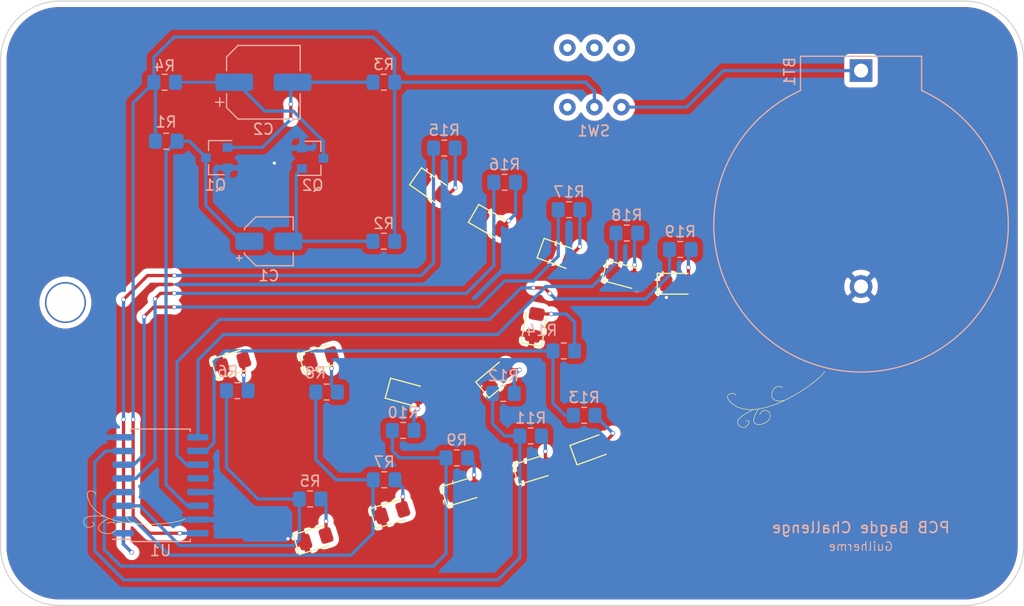
<source format=kicad_pcb>
(kicad_pcb (version 20171130) (host pcbnew 5.1.9-1.fc33)
  (layers (0 F.Cu signal) (31 B.Cu signal) (34 B.Paste user hide) (35 F.Paste user hide) (36 B.SilkS user hide) (37 F.SilkS user hide) (38 B.Mask user hide) (39 F.Mask user hide) (44 Edge.Cuts user))
  (net 0 "")
  (net 1 GND)
  (net 2 +BATT)
  (net 3 "Net-(C1-Pad2)")
  (net 4 clock)
  (net 5 "Net-(C2-Pad2)")
  (net 6 "Net-(C2-Pad1)")
  (net 7 "Net-(D1-Pad2)")
  (net 8 "Net-(D2-Pad2)")
  (net 9 "Net-(D3-Pad2)")
  (net 10 "Net-(D4-Pad2)")
  (net 11 "Net-(D5-Pad2)")
  (net 12 "Net-(D6-Pad2)")
  (net 13 "Net-(D7-Pad2)")
  (net 14 "Net-(D8-Pad2)")
  (net 15 "Net-(D9-Pad2)")
  (net 16 "Net-(D10-Pad2)")
  (net 17 "Net-(D11-Pad2)")
  (net 18 "Net-(D12-Pad2)")
  (net 19 "Net-(D13-Pad2)")
  (net 20 "Net-(D14-Pad2)")
  (net 21 "Net-(D15-Pad2)")
  (net 22 "Net-(R10-Pad2)")
  (net 23 "Net-(R15-Pad2)")
  (net 24 "Net-(R16-Pad2)")
  (net 25 "Net-(R17-Pad2)")
  (net 26 "Net-(R18-Pad2)")
  (net 27 "Net-(U1-Pad12)")
  (net 28 "Net-(R5-Pad2)")
  (net 29 "Net-(R7-Pad2)")
  (net 30 "Net-(R11-Pad2)")
  (net 31 "Net-(R13-Pad2)")
  (net 32 "Net-(R19-Pad2)")
  (net 33 "Net-(BT1-Pad1)")
  (net 34 "Net-(SW1-Pad1)")
  (module Capacitor_SMD:CP_Elec_4x5.8 (layer B.Cu) (at 121.158 101.473)
    (fp_text reference C1 (at 0 3.2) (layer B.SilkS) (effects (justify mirror)))
    (fp_text value 10uF)
    (pad 2 smd roundrect (at 1.8 0) (size 2.6 1.6) (layers B.Cu B.Paste B.Mask) (roundrect_rratio 0.15625) (net 3 "Net-(C1-Pad2)"))
    (pad 1 smd roundrect (at -1.8 0) (size 2.6 1.6) (layers B.Cu B.Paste B.Mask) (roundrect_rratio 0.15625) (net 4 clock))
  )
  (module Capacitor_SMD:CP_Elec_6.3x7.7 (layer B.Cu) (at 120.65 86.741)
    (fp_text reference C2 (at 0 4.35) (layer B.SilkS) (effects (justify mirror)))
    (fp_text value 47uF)
    (pad 2 smd roundrect (at 2.7 0) (size 3.5 1.6) (layers B.Cu B.Paste B.Mask) (roundrect_rratio 0.15625) (net 5 "Net-(C2-Pad2)"))
    (pad 1 smd roundrect (at -2.7 0) (size 3.5 1.6) (layers B.Cu B.Paste B.Mask) (roundrect_rratio 0.15625) (net 6 "Net-(C2-Pad1)"))
  )
  (module badge_natal:DPDT_Switch_6_terminals (layer B.Cu) (at 155.321 82.296 180)
    (fp_text reference SW1 (at 4.071 -8.954) (layer B.SilkS) (effects (justify mirror)))
    (fp_text value SW_DPDT_x2)
    (pad 4 thru_hole circle (at 6.5 -1.25 180) (size 1.524 1.524) (drill 0.762) (layers *.Cu *.Mask))
    (pad 6 thru_hole circle (at 4 -1.25 180) (size 1.524 1.524) (drill 0.762) (layers *.Cu *.Mask))
    (pad 5 thru_hole circle (at 1.5 -1.25 180) (size 1.524 1.524) (drill 0.762) (layers *.Cu *.Mask))
    (pad 1 thru_hole circle (at 6.5 -6.75 180) (size 1.524 1.524) (drill 0.762) (layers *.Cu *.Mask) (net 34 "Net-(SW1-Pad1)"))
    (pad 3 thru_hole circle (at 4 -6.75 180) (size 1.524 1.524) (drill 0.762) (layers *.Cu *.Mask) (net 2 +BATT))
    (pad 2 thru_hole oval (at 1.5 -6.75 180) (size 1.524 1.524) (drill 0.762) (layers *.Cu *.Mask) (net 33 "Net-(BT1-Pad1)"))
  )
  (module Resistor_SMD:R_0805_2012Metric_Pad1.20x1.40mm_HandSolder (layer B.Cu) (at 111.649 92.202)
    (fp_text reference R1 (at -0.016 -1.778) (layer B.SilkS) (effects (justify mirror)))
    (fp_text value 330)
    (pad 2 smd roundrect (at 1 0) (size 1.2 1.4) (layers B.Cu B.Paste B.Mask) (roundrect_rratio 0.2083325) (net 4 clock))
    (pad 1 smd roundrect (at -1 0) (size 1.2 1.4) (layers B.Cu B.Paste B.Mask) (roundrect_rratio 0.2083325) (net 2 +BATT))
  )
  (module Package_SO:SO-16_5.3x10.2mm_P1.27mm (layer B.Cu) (at 111.125 124.079)
    (fp_text reference U1 (at 0 6.05 180) (layer B.SilkS) (effects (justify mirror)))
    (fp_text value CD4017)
    (pad 16 smd roundrect (at 3.4625 4.445) (size 1.975 0.6) (layers B.Cu B.Paste B.Mask) (net 2 +BATT))
    (pad 15 smd roundrect (at 3.4625 3.175) (size 1.975 0.6) (layers B.Cu B.Paste B.Mask) (net 1 GND))
    (pad 14 smd roundrect (at 3.4625 1.905) (size 1.975 0.6) (layers B.Cu B.Paste B.Mask) (net 4 clock))
    (pad 13 smd roundrect (at 3.4625 0.635) (size 1.975 0.6) (layers B.Cu B.Paste B.Mask) (net 1 GND))
    (pad 12 smd roundrect (at 3.4625 -0.635) (size 1.975 0.6) (layers B.Cu B.Paste B.Mask) (net 27 "Net-(U1-Pad12)"))
    (pad 11 smd roundrect (at 3.4625 -1.905) (size 1.975 0.6) (layers B.Cu B.Paste B.Mask) (net 32 "Net-(R19-Pad2)"))
    (pad 10 smd roundrect (at 3.4625 -3.175) (size 1.975 0.6) (layers B.Cu B.Paste B.Mask) (net 31 "Net-(R13-Pad2)"))
    (pad 9 smd roundrect (at 3.4625 -4.445) (size 1.975 0.6) (layers B.Cu B.Paste B.Mask) (net 26 "Net-(R18-Pad2)"))
    (pad 8 smd roundrect (at -3.4625 -4.445) (size 1.975 0.6) (layers B.Cu B.Paste B.Mask) (net 1 GND))
    (pad 7 smd roundrect (at -3.4625 -3.175) (size 1.975 0.6) (layers B.Cu B.Paste B.Mask) (net 30 "Net-(R11-Pad2)"))
    (pad 6 smd roundrect (at -3.4625 -1.905) (size 1.975 0.6) (layers B.Cu B.Paste B.Mask) (net 25 "Net-(R17-Pad2)"))
    (pad 5 smd roundrect (at -3.4625 -0.635) (size 1.975 0.6) (layers B.Cu B.Paste B.Mask) (net 24 "Net-(R16-Pad2)"))
    (pad 4 smd roundrect (at -3.4625 0.635) (size 1.975 0.6) (layers B.Cu B.Paste B.Mask) (net 22 "Net-(R10-Pad2)"))
    (pad 3 smd roundrect (at -3.4625 1.905) (size 1.975 0.6) (layers B.Cu B.Paste B.Mask) (net 28 "Net-(R5-Pad2)"))
    (pad 2 smd roundrect (at -3.4625 3.175) (size 1.975 0.6) (layers B.Cu B.Paste B.Mask) (net 29 "Net-(R7-Pad2)"))
    (pad 1 smd roundrect (at -3.4625 4.445) (size 1.975 0.6) (layers B.Cu B.Paste B.Mask) (net 23 "Net-(R15-Pad2)"))
  )
  (module Resistor_SMD:R_0805_2012Metric_Pad1.20x1.40mm_HandSolder (layer B.Cu) (at 159.274 102.235 180)
    (fp_text reference R19 (at 0 1.65) (layer B.SilkS) (effects (justify mirror)))
    (fp_text value 100)
    (pad 2 smd roundrect (at 1 0 180) (size 1.2 1.4) (layers B.Cu B.Paste B.Mask) (roundrect_rratio 0.2083325) (net 32 "Net-(R19-Pad2)"))
    (pad 1 smd roundrect (at -1 0 180) (size 1.2 1.4) (layers B.Cu B.Paste B.Mask) (roundrect_rratio 0.2083325) (net 21 "Net-(D15-Pad2)"))
  )
  (module Resistor_SMD:R_0805_2012Metric_Pad1.20x1.40mm_HandSolder (layer B.Cu) (at 154.321 100.711 180)
    (fp_text reference R18 (at 0 1.65) (layer B.SilkS) (effects (justify mirror)))
    (fp_text value 100)
    (pad 2 smd roundrect (at 1 0 180) (size 1.2 1.4) (layers B.Cu B.Paste B.Mask) (roundrect_rratio 0.2083325) (net 26 "Net-(R18-Pad2)"))
    (pad 1 smd roundrect (at -1 0 180) (size 1.2 1.4) (layers B.Cu B.Paste B.Mask) (roundrect_rratio 0.2083325) (net 20 "Net-(D14-Pad2)"))
  )
  (module Resistor_SMD:R_0805_2012Metric_Pad1.20x1.40mm_HandSolder (layer B.Cu) (at 148.971 98.552 180)
    (fp_text reference R17 (at 0 1.65) (layer B.SilkS) (effects (justify mirror)))
    (fp_text value 100)
    (pad 2 smd roundrect (at 1 0 180) (size 1.2 1.4) (layers B.Cu B.Paste B.Mask) (roundrect_rratio 0.2083325) (net 25 "Net-(R17-Pad2)"))
    (pad 1 smd roundrect (at -1 0 180) (size 1.2 1.4) (layers B.Cu B.Paste B.Mask) (roundrect_rratio 0.2083325) (net 19 "Net-(D13-Pad2)"))
  )
  (module Resistor_SMD:R_0805_2012Metric_Pad1.20x1.40mm_HandSolder (layer B.Cu) (at 143.002 96.012 180)
    (fp_text reference R16 (at 0 1.65) (layer B.SilkS) (effects (justify mirror)))
    (fp_text value 100)
    (pad 2 smd roundrect (at 1 0 180) (size 1.2 1.4) (layers B.Cu B.Paste B.Mask) (roundrect_rratio 0.2083325) (net 24 "Net-(R16-Pad2)"))
    (pad 1 smd roundrect (at -1 0 180) (size 1.2 1.4) (layers B.Cu B.Paste B.Mask) (roundrect_rratio 0.2083325) (net 18 "Net-(D12-Pad2)"))
  )
  (module Resistor_SMD:R_0805_2012Metric_Pad1.20x1.40mm_HandSolder (layer B.Cu) (at 137.414 92.837 180)
    (fp_text reference R15 (at 0 1.65) (layer B.SilkS) (effects (justify mirror)))
    (fp_text value 100)
    (pad 2 smd roundrect (at 1 0 180) (size 1.2 1.4) (layers B.Cu B.Paste B.Mask) (roundrect_rratio 0.2083325) (net 23 "Net-(R15-Pad2)"))
    (pad 1 smd roundrect (at -1 0 180) (size 1.2 1.4) (layers B.Cu B.Paste B.Mask) (roundrect_rratio 0.2083325) (net 17 "Net-(D11-Pad2)"))
  )
  (module Resistor_SMD:R_0805_2012Metric_Pad1.20x1.40mm_HandSolder (layer B.Cu) (at 148.479 111.633 180)
    (fp_text reference R14 (at 2.048 1.905) (layer B.SilkS) (effects (justify mirror)))
    (fp_text value 100)
    (pad 2 smd roundrect (at 1 0 180) (size 1.2 1.4) (layers B.Cu B.Paste B.Mask) (roundrect_rratio 0.2083325) (net 31 "Net-(R13-Pad2)"))
    (pad 1 smd roundrect (at -1 0 180) (size 1.2 1.4) (layers B.Cu B.Paste B.Mask) (roundrect_rratio 0.2083325) (net 16 "Net-(D10-Pad2)"))
  )
  (module Resistor_SMD:R_0805_2012Metric_Pad1.20x1.40mm_HandSolder (layer B.Cu) (at 150.368 117.602 180)
    (fp_text reference R13 (at 0 1.65) (layer B.SilkS) (effects (justify mirror)))
    (fp_text value 100)
    (pad 2 smd roundrect (at 1 0 180) (size 1.2 1.4) (layers B.Cu B.Paste B.Mask) (roundrect_rratio 0.2083325) (net 31 "Net-(R13-Pad2)"))
    (pad 1 smd roundrect (at -1 0 180) (size 1.2 1.4) (layers B.Cu B.Paste B.Mask) (roundrect_rratio 0.2083325) (net 15 "Net-(D9-Pad2)"))
  )
  (module Resistor_SMD:R_0805_2012Metric_Pad1.20x1.40mm_HandSolder (layer B.Cu) (at 142.891 115.57 180)
    (fp_text reference R12 (at 0 1.65) (layer B.SilkS) (effects (justify mirror)))
    (fp_text value 100)
    (pad 2 smd roundrect (at 1 0 180) (size 1.2 1.4) (layers B.Cu B.Paste B.Mask) (roundrect_rratio 0.2083325) (net 30 "Net-(R11-Pad2)"))
    (pad 1 smd roundrect (at -1 0 180) (size 1.2 1.4) (layers B.Cu B.Paste B.Mask) (roundrect_rratio 0.2083325) (net 14 "Net-(D8-Pad2)"))
  )
  (module Resistor_SMD:R_0805_2012Metric_Pad1.20x1.40mm_HandSolder (layer B.Cu) (at 145.415 119.507 180)
    (fp_text reference R11 (at 0 1.65) (layer B.SilkS) (effects (justify mirror)))
    (fp_text value 100)
    (pad 2 smd roundrect (at 1 0 180) (size 1.2 1.4) (layers B.Cu B.Paste B.Mask) (roundrect_rratio 0.2083325) (net 30 "Net-(R11-Pad2)"))
    (pad 1 smd roundrect (at -1 0 180) (size 1.2 1.4) (layers B.Cu B.Paste B.Mask) (roundrect_rratio 0.2083325) (net 13 "Net-(D7-Pad2)"))
  )
  (module Resistor_SMD:R_0805_2012Metric_Pad1.20x1.40mm_HandSolder (layer B.Cu) (at 133.604 118.999 180)
    (fp_text reference R10 (at 0 1.65) (layer B.SilkS) (effects (justify mirror)))
    (fp_text value 100)
    (pad 2 smd roundrect (at 1 0 180) (size 1.2 1.4) (layers B.Cu B.Paste B.Mask) (roundrect_rratio 0.2083325) (net 22 "Net-(R10-Pad2)"))
    (pad 1 smd roundrect (at -1 0 180) (size 1.2 1.4) (layers B.Cu B.Paste B.Mask) (roundrect_rratio 0.2083325) (net 12 "Net-(D6-Pad2)"))
  )
  (module Resistor_SMD:R_0805_2012Metric_Pad1.20x1.40mm_HandSolder (layer B.Cu) (at 138.573 121.539 180)
    (fp_text reference R9 (at 0 1.65) (layer B.SilkS) (effects (justify mirror)))
    (fp_text value 100)
    (pad 2 smd roundrect (at 1 0 180) (size 1.2 1.4) (layers B.Cu B.Paste B.Mask) (roundrect_rratio 0.2083325) (net 22 "Net-(R10-Pad2)"))
    (pad 1 smd roundrect (at -1 0 180) (size 1.2 1.4) (layers B.Cu B.Paste B.Mask) (roundrect_rratio 0.2083325) (net 11 "Net-(D5-Pad2)"))
  )
  (module Resistor_SMD:R_0805_2012Metric_Pad1.20x1.40mm_HandSolder (layer B.Cu) (at 126.508 115.443 180)
    (fp_text reference R8 (at 1.032 1.778) (layer B.SilkS) (effects (justify mirror)))
    (fp_text value 100)
    (pad 2 smd roundrect (at 1 0 180) (size 1.2 1.4) (layers B.Cu B.Paste B.Mask) (roundrect_rratio 0.2083325) (net 29 "Net-(R7-Pad2)"))
    (pad 1 smd roundrect (at -1 0 180) (size 1.2 1.4) (layers B.Cu B.Paste B.Mask) (roundrect_rratio 0.2083325) (net 10 "Net-(D4-Pad2)"))
  )
  (module Resistor_SMD:R_0805_2012Metric_Pad1.20x1.40mm_HandSolder (layer B.Cu) (at 131.842 123.571 180)
    (fp_text reference R7 (at 0 1.65) (layer B.SilkS) (effects (justify mirror)))
    (fp_text value 100)
    (pad 2 smd roundrect (at 1 0 180) (size 1.2 1.4) (layers B.Cu B.Paste B.Mask) (roundrect_rratio 0.2083325) (net 29 "Net-(R7-Pad2)"))
    (pad 1 smd roundrect (at -1 0 180) (size 1.2 1.4) (layers B.Cu B.Paste B.Mask) (roundrect_rratio 0.2083325) (net 9 "Net-(D3-Pad2)"))
  )
  (module Resistor_SMD:R_0805_2012Metric_Pad1.20x1.40mm_HandSolder (layer B.Cu) (at 118.237 115.316 180)
    (fp_text reference R6 (at 0.889 1.778) (layer B.SilkS) (effects (justify mirror)))
    (fp_text value 100)
    (pad 2 smd roundrect (at 1 0 180) (size 1.2 1.4) (layers B.Cu B.Paste B.Mask) (roundrect_rratio 0.2083325) (net 28 "Net-(R5-Pad2)"))
    (pad 1 smd roundrect (at -1 0 180) (size 1.2 1.4) (layers B.Cu B.Paste B.Mask) (roundrect_rratio 0.2083325) (net 8 "Net-(D2-Pad2)"))
  )
  (module Resistor_SMD:R_0805_2012Metric_Pad1.20x1.40mm_HandSolder (layer B.Cu) (at 124.984 125.349 180)
    (fp_text reference R5 (at 0 1.65) (layer B.SilkS) (effects (justify mirror)))
    (fp_text value 100)
    (pad 2 smd roundrect (at 1 0 180) (size 1.2 1.4) (layers B.Cu B.Paste B.Mask) (roundrect_rratio 0.2083325) (net 28 "Net-(R5-Pad2)"))
    (pad 1 smd roundrect (at -1 0 180) (size 1.2 1.4) (layers B.Cu B.Paste B.Mask) (roundrect_rratio 0.2083325) (net 7 "Net-(D1-Pad2)"))
  )
  (module Resistor_SMD:R_0805_2012Metric_Pad1.20x1.40mm_HandSolder (layer B.Cu) (at 111.506 86.741)
    (fp_text reference R4 (at 0 -1.524) (layer B.SilkS) (effects (justify mirror)))
    (fp_text value 330)
    (pad 2 smd roundrect (at 1 0) (size 1.2 1.4) (layers B.Cu B.Paste B.Mask) (roundrect_rratio 0.2083325) (net 6 "Net-(C2-Pad1)"))
    (pad 1 smd roundrect (at -1 0) (size 1.2 1.4) (layers B.Cu B.Paste B.Mask) (roundrect_rratio 0.2083325) (net 2 +BATT))
  )
  (module Resistor_SMD:R_0805_2012Metric_Pad1.20x1.40mm_HandSolder (layer B.Cu) (at 131.81 86.741 180)
    (fp_text reference R3 (at 0 1.65) (layer B.SilkS) (effects (justify mirror)))
    (fp_text value 22k)
    (pad 2 smd roundrect (at 1 0 180) (size 1.2 1.4) (layers B.Cu B.Paste B.Mask) (roundrect_rratio 0.2083325) (net 5 "Net-(C2-Pad2)"))
    (pad 1 smd roundrect (at -1 0 180) (size 1.2 1.4) (layers B.Cu B.Paste B.Mask) (roundrect_rratio 0.2083325) (net 2 +BATT))
  )
  (module Resistor_SMD:R_0805_2012Metric_Pad1.20x1.40mm_HandSolder (layer B.Cu) (at 131.81 101.473 180)
    (fp_text reference R2 (at 0 1.65) (layer B.SilkS) (effects (justify mirror)))
    (fp_text value 47k)
    (pad 2 smd roundrect (at 1 0 180) (size 1.2 1.4) (layers B.Cu B.Paste B.Mask) (roundrect_rratio 0.2083325) (net 3 "Net-(C1-Pad2)"))
    (pad 1 smd roundrect (at -1 0 180) (size 1.2 1.4) (layers B.Cu B.Paste B.Mask) (roundrect_rratio 0.2083325) (net 2 +BATT))
  )
  (module Package_TO_SOT_SMD:SOT-23 (layer B.Cu) (at 125.222 93.787)
    (fp_text reference Q2 (at 0 2.5) (layer B.SilkS) (effects (justify mirror)))
    (fp_text value BC847)
    (pad 3 smd rect (at 1 0) (size 0.9 0.8) (layers B.Cu B.Paste B.Mask) (net 6 "Net-(C2-Pad1)"))
    (pad 2 smd rect (at -1 -0.95) (size 0.9 0.8) (layers B.Cu B.Paste B.Mask) (net 1 GND))
    (pad 1 smd rect (at -1 0.95) (size 0.9 0.8) (layers B.Cu B.Paste B.Mask) (net 3 "Net-(C1-Pad2)"))
  )
  (module Package_TO_SOT_SMD:SOT-23 (layer B.Cu) (at 116.332 93.726 180)
    (fp_text reference Q1 (at 0.127 -2.54) (layer B.SilkS) (effects (justify mirror)))
    (fp_text value BC847)
    (pad 3 smd rect (at 1 0 180) (size 0.9 0.8) (layers B.Cu B.Paste B.Mask) (net 4 clock))
    (pad 2 smd rect (at -1 -0.95 180) (size 0.9 0.8) (layers B.Cu B.Paste B.Mask) (net 1 GND))
    (pad 1 smd rect (at -1 0.95 180) (size 0.9 0.8) (layers B.Cu B.Paste B.Mask) (net 5 "Net-(C2-Pad2)"))
  )
  (module LED_SMD:LED_0805_2012Metric_Pad1.15x1.40mm_HandSolder (layer F.Cu) (at 159.004 105.41)
    (fp_text reference D15 hide)
    (fp_text value White)
    (pad 2 smd roundrect (at 1.025 0) (size 1.15 1.4) (layers F.Cu F.Paste F.Mask) (roundrect_rratio 0.2173904347826087) (net 21 "Net-(D15-Pad2)"))
    (pad 1 smd roundrect (at -1.025 0) (size 1.15 1.4) (layers F.Cu F.Paste F.Mask) (roundrect_rratio 0.2173904347826087) (net 1 GND))
  )
  (module LED_SMD:LED_0805_2012Metric_Pad1.15x1.40mm_HandSolder (layer F.Cu) (at 154.051 104.648 345)
    (fp_text reference D14 hide)
    (fp_text value White)
    (pad 2 smd roundrect (at 1.025 0 345) (size 1.15 1.4) (layers F.Cu F.Paste F.Mask) (roundrect_rratio 0.2173904347826087) (net 20 "Net-(D14-Pad2)"))
    (pad 1 smd roundrect (at -1.025 0 345) (size 1.15 1.4) (layers F.Cu F.Paste F.Mask) (roundrect_rratio 0.2173904347826087) (net 1 GND))
  )
  (module LED_SMD:LED_0805_2012Metric_Pad1.15x1.40mm_HandSolder (layer F.Cu) (at 148.082 102.743 340)
    (fp_text reference D13 hide)
    (fp_text value White)
    (pad 2 smd roundrect (at 1.025 0 340) (size 1.15 1.4) (layers F.Cu F.Paste F.Mask) (roundrect_rratio 0.2173904347826087) (net 19 "Net-(D13-Pad2)"))
    (pad 1 smd roundrect (at -1.025 0 340) (size 1.15 1.4) (layers F.Cu F.Paste F.Mask) (roundrect_rratio 0.2173904347826087) (net 1 GND))
  )
  (module LED_SMD:LED_0805_2012Metric_Pad1.15x1.40mm_HandSolder (layer F.Cu) (at 141.732 99.822 330)
    (fp_text reference D12 hide)
    (fp_text value White)
    (pad 2 smd roundrect (at 1.025 0 330) (size 1.15 1.4) (layers F.Cu F.Paste F.Mask) (roundrect_rratio 0.2173904347826087) (net 18 "Net-(D12-Pad2)"))
    (pad 1 smd roundrect (at -1.025 0 330) (size 1.15 1.4) (layers F.Cu F.Paste F.Mask) (roundrect_rratio 0.2173904347826087) (net 1 GND))
  )
  (module LED_SMD:LED_0805_2012Metric_Pad1.15x1.40mm_HandSolder (layer F.Cu) (at 136.271 96.52 325)
    (fp_text reference D11 hide)
    (fp_text value White)
    (pad 2 smd roundrect (at 1.025 0 325) (size 1.15 1.4) (layers F.Cu F.Paste F.Mask) (roundrect_rratio 0.2173904347826087) (net 17 "Net-(D11-Pad2)"))
    (pad 1 smd roundrect (at -1.025 0 325) (size 1.15 1.4) (layers F.Cu F.Paste F.Mask) (roundrect_rratio 0.2173904347826087) (net 1 GND))
  )
  (module LED_SMD:LED_0805_2012Metric_Pad1.15x1.40mm_HandSolder (layer F.Cu) (at 145.796 109.22 80)
    (fp_text reference D10 hide)
    (fp_text value Red)
    (pad 2 smd roundrect (at 1.025 0 80) (size 1.15 1.4) (layers F.Cu F.Paste F.Mask) (roundrect_rratio 0.2173904347826087) (net 16 "Net-(D10-Pad2)"))
    (pad 1 smd roundrect (at -1.025 0 80) (size 1.15 1.4) (layers F.Cu F.Paste F.Mask) (roundrect_rratio 0.2173904347826087) (net 1 GND))
  )
  (module LED_SMD:LED_0805_2012Metric_Pad1.15x1.40mm_HandSolder (layer F.Cu) (at 151.13 120.65 20)
    (fp_text reference D9 hide)
    (fp_text value Red)
    (pad 2 smd roundrect (at 1.025 0 20) (size 1.15 1.4) (layers F.Cu F.Paste F.Mask) (roundrect_rratio 0.2173904347826087) (net 15 "Net-(D9-Pad2)"))
    (pad 1 smd roundrect (at -1.025 0 20) (size 1.15 1.4) (layers F.Cu F.Paste F.Mask) (roundrect_rratio 0.2173904347826087) (net 1 GND))
  )
  (module LED_SMD:LED_0805_2012Metric_Pad1.15x1.40mm_HandSolder (layer F.Cu) (at 142.367 114.046 40)
    (fp_text reference D8 hide)
    (fp_text value Red)
    (pad 2 smd roundrect (at 1.025 0 40) (size 1.15 1.4) (layers F.Cu F.Paste F.Mask) (roundrect_rratio 0.2173904347826087) (net 14 "Net-(D8-Pad2)"))
    (pad 1 smd roundrect (at -1.025 0 40) (size 1.15 1.4) (layers F.Cu F.Paste F.Mask) (roundrect_rratio 0.2173904347826087) (net 1 GND))
  )
  (module LED_SMD:LED_0805_2012Metric_Pad1.15x1.40mm_HandSolder (layer F.Cu) (at 145.796 122.555 17)
    (fp_text reference D7 hide)
    (fp_text value Red)
    (pad 2 smd roundrect (at 1.025 0 17) (size 1.15 1.4) (layers F.Cu F.Paste F.Mask) (roundrect_rratio 0.2173904347826087) (net 13 "Net-(D7-Pad2)"))
    (pad 1 smd roundrect (at -1.025 0 17) (size 1.15 1.4) (layers F.Cu F.Paste F.Mask) (roundrect_rratio 0.2173904347826087) (net 1 GND))
  )
  (module LED_SMD:LED_0805_2012Metric_Pad1.15x1.40mm_HandSolder (layer F.Cu) (at 133.985 115.57 345)
    (fp_text reference D6 hide)
    (fp_text value Red)
    (pad 2 smd roundrect (at 1.025 0 345) (size 1.15 1.4) (layers F.Cu F.Paste F.Mask) (roundrect_rratio 0.2173904347826087) (net 12 "Net-(D6-Pad2)"))
    (pad 1 smd roundrect (at -1.025 0 345) (size 1.15 1.4) (layers F.Cu F.Paste F.Mask) (roundrect_rratio 0.2173904347826087) (net 1 GND))
  )
  (module LED_SMD:LED_0805_2012Metric_Pad1.15x1.40mm_HandSolder (layer F.Cu) (at 139.192 124.587 17)
    (fp_text reference D5 hide)
    (fp_text value Red)
    (pad 2 smd roundrect (at 1.025 0 17) (size 1.15 1.4) (layers F.Cu F.Paste F.Mask) (roundrect_rratio 0.2173904347826087) (net 11 "Net-(D5-Pad2)"))
    (pad 1 smd roundrect (at -1.025 0 17) (size 1.15 1.4) (layers F.Cu F.Paste F.Mask) (roundrect_rratio 0.2173904347826087) (net 1 GND))
  )
  (module LED_SMD:LED_0805_2012Metric_Pad1.15x1.40mm_HandSolder (layer F.Cu) (at 125.984 112.268 17)
    (fp_text reference D4 hide)
    (fp_text value Red)
    (pad 2 smd roundrect (at 1.025 0 17) (size 1.15 1.4) (layers F.Cu F.Paste F.Mask) (roundrect_rratio 0.2173904347826087) (net 10 "Net-(D4-Pad2)"))
    (pad 1 smd roundrect (at -1.025 0 17) (size 1.15 1.4) (layers F.Cu F.Paste F.Mask) (roundrect_rratio 0.2173904347826087) (net 1 GND))
  )
  (module LED_SMD:LED_0805_2012Metric_Pad1.15x1.40mm_HandSolder (layer F.Cu) (at 132.588 126.619 17)
    (fp_text reference D3 hide)
    (fp_text value Red)
    (pad 2 smd roundrect (at 1.025 0 17) (size 1.15 1.4) (layers F.Cu F.Paste F.Mask) (roundrect_rratio 0.2173904347826087) (net 9 "Net-(D3-Pad2)"))
    (pad 1 smd roundrect (at -1.025 0 17) (size 1.15 1.4) (layers F.Cu F.Paste F.Mask) (roundrect_rratio 0.2173904347826087) (net 1 GND))
  )
  (module LED_SMD:LED_0805_2012Metric_Pad1.15x1.40mm_HandSolder (layer F.Cu) (at 117.856 112.776 17)
    (fp_text reference D2 hide)
    (fp_text value Red)
    (pad 2 smd roundrect (at 1.025 0 17) (size 1.15 1.4) (layers F.Cu F.Paste F.Mask) (roundrect_rratio 0.2173904347826087) (net 8 "Net-(D2-Pad2)"))
    (pad 1 smd roundrect (at -1.025 0 17) (size 1.15 1.4) (layers F.Cu F.Paste F.Mask) (roundrect_rratio 0.2173904347826087) (net 1 GND))
  )
  (module LED_SMD:LED_0805_2012Metric_Pad1.15x1.40mm_HandSolder (layer F.Cu) (at 125.476 129.032 17)
    (fp_text reference D1 hide)
    (fp_text value Red)
    (pad 2 smd roundrect (at 1.025 0 17) (size 1.15 1.4) (layers F.Cu F.Paste F.Mask) (roundrect_rratio 0.2173904347826087) (net 7 "Net-(D1-Pad2)"))
    (pad 1 smd roundrect (at -1.025 0 17) (size 1.15 1.4) (layers F.Cu F.Paste F.Mask) (roundrect_rratio 0.2173904347826087) (net 1 GND))
  )
  (module Battery:BatteryHolder_ComfortableElectronic_CH273-2450_1x2450 (layer B.Cu) (at 176.022 85.664 270)
    (fp_text reference BT1 (at 0.1 6.62 90) (layer B.SilkS) (effects (justify mirror)))
    (fp_text value Battery_Cell)
    (pad 2 thru_hole circle (at 20 0) (size 2.1 2.1) (drill 1.3) (layers *.Cu *.Mask) (net 1 GND))
    (pad 1 thru_hole rect (at 0 0) (size 2.1 2.1) (drill 1.3) (layers *.Cu *.Mask) (net 33 "Net-(BT1-Pad1)"))
  )
  (gr_text Guilherme (at 176 129.75) (layer B.SilkS) (effects (font (size 0.8 0.8) (thickness 0.1)) (justify mirror)))
  (gr_text "PCB Bagde Challenge" (at 176 128) (layer B.SilkS) (effects (font (size 1 1)) (justify mirror)))
  (gr_curve (pts (xy 104.389547 125.247377) (xy 104.106221 124.147834) (xy 105.346197 124.733729) (xy 105.107164 124.95524)) (layer F.SilkS) (width 0.05))
  (gr_curve (pts (xy 108.848386 127.658568) (xy 106.903727 127.124322) (xy 108.737068 125.508505) (xy 109.235955 126.527212)) (layer F.SilkS) (width 0.05))
  (gr_curve (pts (xy 105.889648 126.939535) (xy 104.813217 126.89274) (xy 103.706577 126.87356) (xy 104.05953 127.716745)) (layer F.SilkS) (width 0.05))
  (gr_curve (pts (xy 106.338196 127.140617) (xy 104.060063 128.207638) (xy 106.421276 128.990666) (xy 106.913795 128.294936)) (layer F.SilkS) (width 0.05))
  (gr_curve (pts (xy 106.913795 128.294936) (xy 107.292953 127.759338) (xy 106.669637 127.214924) (xy 106.174502 127.651551)) (layer F.SilkS) (width 0.05))
  (gr_curve (pts (xy 104.05953 127.716745) (xy 104.305212 128.30366) (xy 105.465964 127.724722) (xy 104.772143 127.504143)) (layer F.SilkS) (width 0.05))
  (gr_curve (pts (xy 113.375931 127.187338) (xy 112.693951 127.730715) (xy 105.245401 128.568805) (xy 104.389547 125.247377)) (layer F.SilkS) (width 0.05))
  (gr_curve (pts (xy 163.895745 116.341534) (xy 163.100606 115.530965) (xy 164.467405 115.418378) (xy 164.371152 115.729727)) (layer F.SilkS) (width 0.05))
  (gr_curve (pts (xy 168.962809 116.200267) (xy 167.011562 116.709926) (xy 167.791375 114.393918) (xy 168.732775 115.0267)) (layer F.SilkS) (width 0.05))
  (gr_curve (pts (xy 166.040951 117.056936) (xy 165.085337 117.554626) (xy 164.117369 118.091335) (xy 164.844627 118.645078)) (layer F.SilkS) (width 0.05))
  (gr_curve (pts (xy 166.529945 117.006804) (xy 165.090535 119.069938) (xy 167.52692 118.567453) (xy 167.605588 117.718673)) (layer F.SilkS) (width 0.05))
  (gr_curve (pts (xy 167.605588 117.718673) (xy 167.66615 117.065254) (xy 166.854135 116.905435) (xy 166.643649 117.531133)) (layer F.SilkS) (width 0.05))
  (gr_curve (pts (xy 164.844627 118.645078) (xy 165.350851 119.030522) (xy 166.066623 117.94877) (xy 165.355466 118.104653)) (layer F.SilkS) (width 0.05))
  (gr_curve (pts (xy 172.648163 113.528398) (xy 172.32924 114.339966) (xy 166.297651 118.790048) (xy 163.895745 116.341534)) (layer F.SilkS) (width 0.05))
  (gr_curve (pts (xy 97.906833 133.604) (xy 96.878091 132.575258) (xy 96.300149 131.179983) (xy 96.300149 129.725121)) (layer Edge.Cuts) (width 0.1))
  (gr_curve (pts (xy 101.785712 135.210684) (xy 100.33085 135.210684) (xy 98.935576 134.632743) (xy 97.906833 133.604)) (layer Edge.Cuts) (width 0.1))
  (gr_curve (pts (xy 191.090684 129.725121) (xy 191.090684 131.179983) (xy 190.512743 132.575258) (xy 189.484 133.604)) (layer Edge.Cuts) (width 0.1))
  (gr_curve (pts (xy 96.300149 84.705719) (xy 96.300149 83.250857) (xy 96.878091 81.855583) (xy 97.906833 80.82684)) (layer Edge.Cuts) (width 0.1))
  (gr_line (start 101.785712 79.220156) (end 185.605121 79.220156) (layer Edge.Cuts) (width 0.1))
  (gr_curve (pts (xy 189.484 80.82684) (xy 190.512743 81.855583) (xy 191.090684 83.250857) (xy 191.090684 84.705719)) (layer Edge.Cuts) (width 0.1))
  (gr_line (start 185.605121 135.210684) (end 101.785712 135.210684) (layer Edge.Cuts) (width 0.1))
  (gr_line (start 191.090684 84.705719) (end 191.090684 129.725121) (layer Edge.Cuts) (width 0.1))
  (gr_curve (pts (xy 97.906833 80.82684) (xy 98.935576 79.798098) (xy 100.33085 79.220156) (xy 101.785712 79.220156)) (layer Edge.Cuts) (width 0.1))
  (gr_line (start 101.785712 79.220156) (end 101.785712 79.220156) (layer Edge.Cuts) (width 0.1))
  (gr_curve (pts (xy 185.605121 79.220156) (xy 187.059983 79.220156) (xy 188.455258 79.798098) (xy 189.484 80.82684)) (layer Edge.Cuts) (width 0.1))
  (gr_line (start 96.300149 129.725121) (end 96.300149 84.705719) (layer Edge.Cuts) (width 0.1))
  (gr_curve (pts (xy 189.484 133.604) (xy 188.455258 134.632743) (xy 187.059983 135.210684) (xy 185.605121 135.210684)) (layer Edge.Cuts) (width 0.1))
  (via (at 102.3112 107.1499) (size 3.8) (drill 3.5) (layers F.Cu B.Cu) (net 0))
  (segment (start 176.022 105.664) (end 172.212 109.474) (width 0.3) (layer B.Cu) (net 1))
  (segment (start 172.212 109.474) (end 158.75 109.474) (width 0.3) (layer B.Cu) (net 1))
  (segment (start 158.75 109.474) (end 157.988 108.712) (width 0.3) (layer B.Cu) (net 1))
  (segment (start 157.988 108.712) (end 157.988 106.68) (width 0.3) (layer B.Cu) (net 1))
  (via (at 157.988 106.68) (size 0.4) (drill 0.3) (layers F.Cu B.Cu) (net 1))
  (segment (start 157.988 105.419) (end 157.979 105.41) (width 0.3) (layer F.Cu) (net 1))
  (segment (start 157.988 106.68) (end 157.988 105.419) (width 0.3) (layer F.Cu) (net 1))
  (segment (start 114.5875 127.254) (end 117.094 127.254) (width 0.3) (layer B.Cu) (net 1))
  (segment (start 117.094 127.254) (end 118.999 129.159) (width 0.3) (layer B.Cu) (net 1))
  (segment (start 118.999 129.159) (end 122.809 129.159) (width 0.3) (layer B.Cu) (net 1))
  (segment (start 122.809 129.159) (end 122.936 129.032) (width 0.3) (layer B.Cu) (net 1))
  (via (at 122.936 129.032) (size 0.4) (drill 0.3) (layers F.Cu B.Cu) (net 1))
  (segment (start 123.235681 129.331681) (end 122.936 129.032) (width 0.3) (layer F.Cu) (net 1))
  (segment (start 124.495788 129.331681) (end 123.235681 129.331681) (width 0.3) (layer F.Cu) (net 1))
  (via (at 121.666 94.234) (size 0.4) (drill 0.3) (layers F.Cu B.Cu) (net 1))
  (segment (start 132.81 86.741) (end 132.81 101.473) (width 0.3) (layer B.Cu) (net 2))
  (segment (start 110.506 86.741) (end 110.506 84.439) (width 0.3) (layer B.Cu) (net 2))
  (segment (start 110.506 84.439) (end 112.395 82.55) (width 0.3) (layer B.Cu) (net 2))
  (segment (start 132.81 84.55) (end 132.81 86.741) (width 0.3) (layer B.Cu) (net 2))
  (segment (start 130.81 82.55) (end 132.81 84.55) (width 0.3) (layer B.Cu) (net 2))
  (segment (start 131.064 82.804) (end 130.81 82.55) (width 0.3) (layer B.Cu) (net 2))
  (segment (start 112.395 82.55) (end 130.81 82.55) (width 0.3) (layer B.Cu) (net 2))
  (segment (start 110.109 128.524) (end 108.585 127) (width 0.3) (layer F.Cu) (net 2))
  (segment (start 108.585 88.662) (end 110.506 86.741) (width 0.3) (layer B.Cu) (net 2))
  (segment (start 108.585 117.983) (end 108.585 88.662) (width 0.3) (layer B.Cu) (net 2))
  (segment (start 110.649 86.884) (end 110.506 86.741) (width 0.3) (layer B.Cu) (net 2))
  (segment (start 110.649 92.202) (end 110.649 86.884) (width 0.3) (layer B.Cu) (net 2))
  (segment (start 108.585 127) (end 108.585 117.983) (width 0.3) (layer F.Cu) (net 2))
  (via (at 108.585 117.983) (size 0.4) (drill 0.3) (layers F.Cu B.Cu) (net 2))
  (segment (start 114.5875 128.524) (end 112.903 128.524) (width 0.3) (layer B.Cu) (net 2))
  (via (at 112.903 128.524) (size 0.4) (drill 0.3) (layers F.Cu B.Cu) (net 2))
  (segment (start 112.903 128.524) (end 110.109 128.524) (width 0.3) (layer F.Cu) (net 2))
  (segment (start 150.495 86.741) (end 132.81 86.741) (width 0.3) (layer B.Cu) (net 2))
  (segment (start 151.321 87.567) (end 150.495 86.741) (width 0.3) (layer B.Cu) (net 2))
  (segment (start 151.321 89.046) (end 151.321 87.567) (width 0.3) (layer B.Cu) (net 2))
  (segment (start 130.81 101.473) (end 123.6955 101.473) (width 0.3) (layer B.Cu) (net 3))
  (segment (start 123.6955 95.2635) (end 124.222 94.737) (width 0.25) (layer B.Cu) (net 3))
  (segment (start 123.6955 101.473) (end 123.6955 95.2635) (width 0.3) (layer B.Cu) (net 3))
  (segment (start 118.6205 101.473) (end 115.316 98.1685) (width 0.3) (layer B.Cu) (net 4))
  (segment (start 115.316 93.742) (end 115.332 93.726) (width 0.25) (layer B.Cu) (net 4))
  (segment (start 115.316 98.1685) (end 115.316 93.742) (width 0.3) (layer B.Cu) (net 4))
  (segment (start 113.808 92.202) (end 115.332 93.726) (width 0.3) (layer B.Cu) (net 4))
  (segment (start 112.649 92.202) (end 113.808 92.202) (width 0.3) (layer B.Cu) (net 4))
  (segment (start 111.633 93.218) (end 112.649 92.202) (width 0.3) (layer B.Cu) (net 4))
  (segment (start 111.633 124.017) (end 111.633 93.218) (width 0.3) (layer B.Cu) (net 4))
  (segment (start 113.6 125.984) (end 111.633 124.017) (width 0.3) (layer B.Cu) (net 4))
  (segment (start 114.5875 125.984) (end 113.6 125.984) (width 0.3) (layer B.Cu) (net 4))
  (segment (start 130.81 86.741) (end 123.1875 86.741) (width 0.3) (layer B.Cu) (net 5))
  (segment (start 117.332 92.776) (end 120.584 92.776) (width 0.3) (layer B.Cu) (net 5))
  (segment (start 123.19 86.7435) (end 123.1875 86.741) (width 0.3) (layer B.Cu) (net 5))
  (segment (start 123.19 88.773) (end 123.19 86.7435) (width 0.3) (layer B.Cu) (net 5))
  (segment (start 120.584 92.776) (end 123.19 90.17) (width 0.3) (layer B.Cu) (net 5))
  (via (at 123.19 90.17) (size 0.4) (drill 0.3) (layers F.Cu B.Cu) (net 5))
  (via (at 123.19 88.773) (size 0.4) (drill 0.3) (layers F.Cu B.Cu) (net 5))
  (segment (start 123.19 88.773) (end 123.19 90.17) (width 0.3) (layer F.Cu) (net 5))
  (segment (start 126.222 93.787) (end 126.222 92.218) (width 0.3) (layer B.Cu) (net 6))
  (segment (start 126.222 92.218) (end 123.412 89.408) (width 0.3) (layer B.Cu) (net 6))
  (segment (start 120.7795 89.408) (end 118.1125 86.741) (width 0.3) (layer B.Cu) (net 6))
  (segment (start 123.412 89.408) (end 120.7795 89.408) (width 0.3) (layer B.Cu) (net 6))
  (segment (start 118.1125 86.741) (end 112.506 86.741) (width 0.25) (layer B.Cu) (net 6))
  (segment (start 126.456212 128.732319) (end 126.456212 127.416788) (width 0.3) (layer F.Cu) (net 7))
  (via (at 126.456212 127.416788) (size 0.4) (drill 0.3) (layers F.Cu B.Cu) (net 7))
  (segment (start 126.456212 125.821212) (end 125.984 125.349) (width 0.3) (layer B.Cu) (net 7))
  (segment (start 126.456212 127.416788) (end 126.456212 125.821212) (width 0.3) (layer B.Cu) (net 7))
  (segment (start 118.836212 114.915212) (end 119.237 115.316) (width 0.3) (layer B.Cu) (net 8))
  (segment (start 118.836212 112.476319) (end 118.836212 113.883212) (width 0.3) (layer F.Cu) (net 8))
  (segment (start 118.836212 113.883212) (end 118.836212 114.915212) (width 0.3) (layer B.Cu) (net 8))
  (via (at 118.836212 113.883212) (size 0.4) (drill 0.3) (layers F.Cu B.Cu) (net 8))
  (segment (start 133.568212 126.319319) (end 133.568212 125.130788) (width 0.3) (layer F.Cu) (net 9))
  (via (at 133.568212 125.130788) (size 0.4) (drill 0.3) (layers F.Cu B.Cu) (net 9))
  (segment (start 133.568212 124.297212) (end 132.842 123.571) (width 0.3) (layer B.Cu) (net 9))
  (segment (start 133.568212 125.130788) (end 133.568212 124.297212) (width 0.3) (layer B.Cu) (net 9))
  (segment (start 126.964212 114.899212) (end 127.508 115.443) (width 0.3) (layer B.Cu) (net 10))
  (segment (start 126.964212 113.248212) (end 126.964212 114.899212) (width 0.3) (layer B.Cu) (net 10))
  (segment (start 126.964212 111.968319) (end 126.964212 113.248212) (width 0.3) (layer F.Cu) (net 10))
  (via (at 126.964212 113.248212) (size 0.4) (drill 0.3) (layers F.Cu B.Cu) (net 10))
  (segment (start 140.172212 124.287319) (end 140.172212 123.098788) (width 0.3) (layer F.Cu) (net 11))
  (via (at 140.172212 123.098788) (size 0.4) (drill 0.3) (layers F.Cu B.Cu) (net 11))
  (segment (start 140.172212 122.138212) (end 139.573 121.539) (width 0.3) (layer B.Cu) (net 11))
  (segment (start 140.172212 123.098788) (end 140.172212 122.138212) (width 0.3) (layer B.Cu) (net 11))
  (segment (start 134.975074 115.83529) (end 134.975074 116.992926) (width 0.3) (layer F.Cu) (net 12))
  (via (at 134.975074 116.992926) (size 0.4) (drill 0.3) (layers F.Cu B.Cu) (net 12))
  (segment (start 134.604 117.364) (end 134.975074 116.992926) (width 0.3) (layer B.Cu) (net 12))
  (segment (start 134.604 118.999) (end 134.604 117.364) (width 0.3) (layer B.Cu) (net 12))
  (segment (start 146.776212 122.255319) (end 146.776212 120.939788) (width 0.3) (layer F.Cu) (net 13))
  (via (at 146.776212 120.939788) (size 0.4) (drill 0.3) (layers F.Cu B.Cu) (net 13))
  (segment (start 146.776212 119.868212) (end 146.415 119.507) (width 0.3) (layer B.Cu) (net 13))
  (segment (start 146.776212 120.939788) (end 146.776212 119.868212) (width 0.3) (layer B.Cu) (net 13))
  (segment (start 143.152196 113.387143) (end 144.375143 113.387143) (width 0.3) (layer F.Cu) (net 14))
  (via (at 144.375143 113.387143) (size 0.4) (drill 0.3) (layers F.Cu B.Cu) (net 14))
  (segment (start 143.891 113.871286) (end 144.375143 113.387143) (width 0.3) (layer B.Cu) (net 14))
  (segment (start 143.891 115.57) (end 143.891 113.871286) (width 0.3) (layer B.Cu) (net 14))
  (segment (start 152.093185 118.327185) (end 151.368 117.602) (width 0.3) (layer B.Cu) (net 15))
  (segment (start 152.093185 118.327185) (end 152.109185 118.327185) (width 0.3) (layer B.Cu) (net 15))
  (segment (start 152.109185 118.327185) (end 153.035 119.253) (width 0.3) (layer B.Cu) (net 15))
  (segment (start 153.035 119.253) (end 153.035 119.253) (width 0.3) (layer B.Cu) (net 15))
  (via (at 153.035 119.253) (size 0.4) (drill 0.3) (layers F.Cu B.Cu) (net 15))
  (segment (start 153.035 119.357614) (end 152.093185 120.299429) (width 0.3) (layer F.Cu) (net 15))
  (segment (start 153.035 119.253) (end 153.035 119.357614) (width 0.3) (layer F.Cu) (net 15))
  (segment (start 145.973989 108.210572) (end 147.313428 108.210572) (width 0.3) (layer F.Cu) (net 16))
  (via (at 147.313428 108.210572) (size 0.4) (drill 0.3) (layers F.Cu B.Cu) (net 16))
  (segment (start 149.479 108.966) (end 149.479 111.633) (width 0.3) (layer B.Cu) (net 16))
  (segment (start 148.723572 108.210572) (end 149.479 108.966) (width 0.3) (layer B.Cu) (net 16))
  (segment (start 147.313428 108.210572) (end 148.723572 108.210572) (width 0.3) (layer B.Cu) (net 16))
  (segment (start 138.43 92.853) (end 138.414 92.837) (width 0.3) (layer B.Cu) (net 17))
  (segment (start 138.43 96.52) (end 138.43 92.853) (width 0.3) (layer B.Cu) (net 17))
  (segment (start 137.110631 97.107916) (end 137.842084 97.107916) (width 0.3) (layer F.Cu) (net 17))
  (segment (start 137.842084 97.107916) (end 138.43 96.52) (width 0.3) (layer F.Cu) (net 17))
  (via (at 138.43 96.52) (size 0.4) (drill 0.3) (layers F.Cu B.Cu) (net 17))
  (segment (start 144.018 96.028) (end 144.002 96.012) (width 0.3) (layer B.Cu) (net 18))
  (segment (start 144.018 98.936176) (end 144.018 96.028) (width 0.3) (layer B.Cu) (net 18))
  (segment (start 142.619676 100.3345) (end 143.383 99.571176) (width 0.3) (layer F.Cu) (net 18))
  (via (at 143.383 99.571176) (size 0.4) (drill 0.3) (layers F.Cu B.Cu) (net 18))
  (segment (start 144.018 98.936176) (end 143.383 99.571176) (width 0.3) (layer B.Cu) (net 18))
  (segment (start 149.971 98.552) (end 149.971 101.965) (width 0.3) (layer B.Cu) (net 19))
  (via (at 149.971 101.965) (size 0.4) (drill 0.3) (layers F.Cu B.Cu) (net 19))
  (segment (start 149.045185 102.890815) (end 149.971 101.965) (width 0.3) (layer F.Cu) (net 19))
  (segment (start 149.045185 103.093571) (end 149.045185 102.890815) (width 0.3) (layer F.Cu) (net 19))
  (segment (start 155.041074 100.990926) (end 155.321 100.711) (width 0.3) (layer B.Cu) (net 20))
  (segment (start 155.041074 103.657926) (end 155.041074 100.990926) (width 0.3) (layer B.Cu) (net 20))
  (segment (start 155.041074 104.91329) (end 155.041074 103.657926) (width 0.3) (layer F.Cu) (net 20))
  (via (at 155.041074 103.657926) (size 0.4) (drill 0.3) (layers F.Cu B.Cu) (net 20))
  (segment (start 160.029 102.48) (end 160.274 102.235) (width 0.3) (layer B.Cu) (net 21))
  (segment (start 160.029 105.41) (end 160.029 103.895) (width 0.3) (layer F.Cu) (net 21))
  (segment (start 160.029 103.895) (end 160.029 102.48) (width 0.3) (layer B.Cu) (net 21))
  (via (at 160.029 103.895) (size 0.4) (drill 0.3) (layers F.Cu B.Cu) (net 21))
  (segment (start 132.604 118.999) (end 132.604 120.888) (width 0.3) (layer B.Cu) (net 22))
  (segment (start 133.255 121.539) (end 137.573 121.539) (width 0.3) (layer B.Cu) (net 22))
  (segment (start 132.604 120.888) (end 133.255 121.539) (width 0.3) (layer B.Cu) (net 22))
  (segment (start 137.573 121.539) (end 137.573 129.254) (width 0.3) (layer B.Cu) (net 22))
  (segment (start 137.573 129.254) (end 137.541 129.286) (width 0.3) (layer B.Cu) (net 22))
  (segment (start 107.442 131.572) (end 105.918 130.048) (width 0.3) (layer B.Cu) (net 22))
  (segment (start 106.675 124.714) (end 107.6625 124.714) (width 0.3) (layer B.Cu) (net 22))
  (segment (start 105.918 125.471) (end 106.675 124.714) (width 0.3) (layer B.Cu) (net 22))
  (segment (start 136.398 131.572) (end 107.442 131.572) (width 0.3) (layer B.Cu) (net 22))
  (segment (start 105.918 130.048) (end 105.918 125.471) (width 0.3) (layer B.Cu) (net 22))
  (segment (start 137.573 130.397) (end 136.398 131.572) (width 0.3) (layer B.Cu) (net 22))
  (segment (start 137.573 129.254) (end 137.573 130.397) (width 0.3) (layer B.Cu) (net 22))
  (segment (start 136.414 92.837) (end 136.414 103.489) (width 0.3) (layer B.Cu) (net 23))
  (segment (start 136.414 103.489) (end 135.255 104.648) (width 0.3) (layer B.Cu) (net 23))
  (segment (start 135.255 104.648) (end 112.395 104.648) (width 0.3) (layer B.Cu) (net 23))
  (segment (start 107.6625 128.524) (end 107.6625 129.5065) (width 0.3) (layer B.Cu) (net 23))
  (segment (start 107.6625 129.5065) (end 108.458 130.302) (width 0.3) (layer B.Cu) (net 23))
  (via (at 108.458 130.302) (size 0.4) (drill 0.3) (layers F.Cu B.Cu) (net 23))
  (segment (start 108.458 130.302) (end 107.696 129.54) (width 0.3) (layer F.Cu) (net 23))
  (segment (start 107.696 129.54) (end 107.696 117.983) (width 0.3) (layer F.Cu) (net 23))
  (via (at 107.696 117.983) (size 0.4) (drill 0.3) (layers F.Cu B.Cu) (net 23))
  (segment (start 107.696 106.8705) (end 109.9185 104.648) (width 0.3) (layer F.Cu) (net 23))
  (via (at 107.696 106.8705) (size 0.4) (drill 0.3) (layers F.Cu B.Cu) (net 23))
  (segment (start 107.696 106.8705) (end 107.696 117.983) (width 0.3) (layer B.Cu) (net 23))
  (via (at 112.395 104.648) (size 0.4) (drill 0.3) (layers F.Cu B.Cu) (net 23))
  (segment (start 112.395 104.648) (end 109.9185 104.648) (width 0.3) (layer F.Cu) (net 23))
  (segment (start 142.002 96.012) (end 142.002 103.743) (width 0.3) (layer B.Cu) (net 24))
  (segment (start 142.002 103.743) (end 139.446 106.299) (width 0.3) (layer B.Cu) (net 24))
  (segment (start 139.446 106.299) (end 112.395 106.299) (width 0.3) (layer B.Cu) (net 24))
  (segment (start 110.617 106.807) (end 110.617 121.666) (width 0.3) (layer B.Cu) (net 24))
  (segment (start 108.839 123.444) (end 107.6625 123.444) (width 0.3) (layer B.Cu) (net 24))
  (segment (start 110.617 121.666) (end 108.839 123.444) (width 0.3) (layer B.Cu) (net 24))
  (segment (start 111.125 106.299) (end 110.617 106.807) (width 0.3) (layer F.Cu) (net 24))
  (via (at 110.617 106.807) (size 0.4) (drill 0.3) (layers F.Cu B.Cu) (net 24))
  (via (at 112.395 106.299) (size 0.4) (drill 0.3) (layers F.Cu B.Cu) (net 24))
  (segment (start 112.395 106.299) (end 111.125 106.299) (width 0.3) (layer F.Cu) (net 24))
  (segment (start 147.971 98.552) (end 147.971 102.854) (width 0.3) (layer B.Cu) (net 25))
  (segment (start 147.971 102.854) (end 145.669 105.156) (width 0.3) (layer B.Cu) (net 25))
  (segment (start 145.669 105.156) (end 143.002 105.156) (width 0.3) (layer B.Cu) (net 25))
  (segment (start 143.002 105.156) (end 140.589 107.569) (width 0.3) (layer B.Cu) (net 25))
  (segment (start 108.65 122.174) (end 107.6625 122.174) (width 0.3) (layer B.Cu) (net 25))
  (segment (start 109.601 121.223) (end 108.65 122.174) (width 0.3) (layer B.Cu) (net 25))
  (segment (start 109.601 108.458) (end 109.601 121.223) (width 0.3) (layer B.Cu) (net 25))
  (segment (start 140.589 107.569) (end 112.395 107.569) (width 0.3) (layer B.Cu) (net 25))
  (segment (start 110.49 107.569) (end 109.601 108.458) (width 0.3) (layer F.Cu) (net 25))
  (via (at 109.601 108.458) (size 0.4) (drill 0.3) (layers F.Cu B.Cu) (net 25))
  (via (at 112.395 107.569) (size 0.4) (drill 0.3) (layers F.Cu B.Cu) (net 25))
  (segment (start 112.395 107.569) (end 110.49 107.569) (width 0.3) (layer F.Cu) (net 25))
  (segment (start 153.321 103.473) (end 153.321 100.711) (width 0.3) (layer B.Cu) (net 26))
  (segment (start 151.13 105.664) (end 153.321 103.473) (width 0.3) (layer B.Cu) (net 26))
  (segment (start 146.812 105.664) (end 151.13 105.664) (width 0.3) (layer B.Cu) (net 26))
  (segment (start 142.367 110.109) (end 146.812 105.664) (width 0.3) (layer B.Cu) (net 26))
  (segment (start 116.967 110.109) (end 142.367 110.109) (width 0.3) (layer B.Cu) (net 26))
  (segment (start 114.5875 112.4885) (end 116.967 110.109) (width 0.3) (layer B.Cu) (net 26))
  (segment (start 114.5875 119.634) (end 114.5875 112.4885) (width 0.3) (layer B.Cu) (net 26))
  (segment (start 123.984 125.349) (end 120.142 125.349) (width 0.3) (layer B.Cu) (net 28))
  (segment (start 117.237 122.444) (end 117.237 115.316) (width 0.3) (layer B.Cu) (net 28))
  (segment (start 120.142 125.349) (end 117.237 122.444) (width 0.3) (layer B.Cu) (net 28))
  (segment (start 107.6625 125.984) (end 108.458 125.984) (width 0.3) (layer B.Cu) (net 28))
  (segment (start 109.22 125.984) (end 107.6625 125.984) (width 0.3) (layer B.Cu) (net 28))
  (segment (start 112.903 129.667) (end 109.22 125.984) (width 0.3) (layer B.Cu) (net 28))
  (segment (start 123.444 129.667) (end 112.903 129.667) (width 0.3) (layer B.Cu) (net 28))
  (segment (start 123.984 129.127) (end 123.444 129.667) (width 0.3) (layer B.Cu) (net 28))
  (segment (start 123.984 125.349) (end 123.984 129.127) (width 0.3) (layer B.Cu) (net 28))
  (segment (start 108.087124 127.254) (end 107.6625 127.254) (width 0.3) (layer B.Cu) (net 29))
  (segment (start 130.842 123.571) (end 127.381 123.571) (width 0.3) (layer B.Cu) (net 29))
  (segment (start 125.508 121.698) (end 125.508 115.443) (width 0.3) (layer B.Cu) (net 29))
  (segment (start 127.381 123.571) (end 125.508 121.698) (width 0.3) (layer B.Cu) (net 29))
  (segment (start 130.842 124.271) (end 130.81 124.303) (width 0.3) (layer B.Cu) (net 29))
  (segment (start 130.842 123.571) (end 130.842 124.271) (width 0.3) (layer B.Cu) (net 29))
  (segment (start 130.81 124.303) (end 130.81 128.524) (width 0.3) (layer B.Cu) (net 29))
  (segment (start 130.81 128.524) (end 128.778 130.556) (width 0.3) (layer B.Cu) (net 29))
  (segment (start 108.65 127.254) (end 107.6625 127.254) (width 0.3) (layer B.Cu) (net 29))
  (segment (start 111.952 130.556) (end 108.65 127.254) (width 0.3) (layer B.Cu) (net 29))
  (segment (start 128.778 130.556) (end 111.952 130.556) (width 0.3) (layer B.Cu) (net 29))
  (segment (start 144.415 119.507) (end 143.002 119.507) (width 0.3) (layer B.Cu) (net 30))
  (segment (start 141.891 118.396) (end 141.891 115.57) (width 0.3) (layer B.Cu) (net 30))
  (segment (start 143.002 119.507) (end 141.891 118.396) (width 0.3) (layer B.Cu) (net 30))
  (segment (start 105.029 121.92) (end 106.045 120.904) (width 0.3) (layer B.Cu) (net 30))
  (segment (start 107.696 132.842) (end 105.029 130.175) (width 0.3) (layer B.Cu) (net 30))
  (segment (start 106.045 120.904) (end 107.6625 120.904) (width 0.3) (layer B.Cu) (net 30))
  (segment (start 144.415 130.794) (end 142.367 132.842) (width 0.3) (layer B.Cu) (net 30))
  (segment (start 105.029 130.175) (end 105.029 121.92) (width 0.3) (layer B.Cu) (net 30))
  (segment (start 142.367 132.842) (end 107.696 132.842) (width 0.3) (layer B.Cu) (net 30))
  (segment (start 144.415 119.507) (end 144.415 130.794) (width 0.3) (layer B.Cu) (net 30))
  (segment (start 149.368 117.602) (end 148.59 117.602) (width 0.3) (layer B.Cu) (net 31))
  (segment (start 147.479 116.491) (end 147.479 111.633) (width 0.3) (layer B.Cu) (net 31))
  (segment (start 148.59 117.602) (end 147.479 116.491) (width 0.3) (layer B.Cu) (net 31))
  (segment (start 115.316 120.904) (end 114.5875 120.904) (width 0.3) (layer B.Cu) (net 31))
  (segment (start 116.078 120.142) (end 115.316 120.904) (width 0.3) (layer B.Cu) (net 31))
  (segment (start 116.078 112.649) (end 116.078 120.142) (width 0.3) (layer B.Cu) (net 31))
  (segment (start 117.094 111.633) (end 116.078 112.649) (width 0.3) (layer B.Cu) (net 31))
  (segment (start 147.479 111.633) (end 117.094 111.633) (width 0.3) (layer B.Cu) (net 31))
  (segment (start 144.526 105.791) (end 141.605 108.712) (width 0.3) (layer B.Cu) (net 32))
  (segment (start 141.605 108.712) (end 116.586 108.712) (width 0.3) (layer B.Cu) (net 32))
  (segment (start 158.274 102.235) (end 158.274 104.616) (width 0.3) (layer B.Cu) (net 32))
  (segment (start 158.274 104.616) (end 156.083 106.807) (width 0.3) (layer B.Cu) (net 32))
  (segment (start 156.083 106.807) (end 147.701 106.807) (width 0.3) (layer B.Cu) (net 32))
  (segment (start 114.5875 122.174) (end 113.6 122.174) (width 0.3) (layer B.Cu) (net 32))
  (segment (start 112.649 112.649) (end 116.586 108.712) (width 0.3) (layer B.Cu) (net 32))
  (segment (start 112.649 121.285) (end 112.649 112.649) (width 0.3) (layer B.Cu) (net 32))
  (segment (start 113.538 122.174) (end 112.649 121.285) (width 0.3) (layer B.Cu) (net 32))
  (segment (start 114.5875 122.174) (end 113.538 122.174) (width 0.3) (layer B.Cu) (net 32))
  (segment (start 144.526 105.791) (end 145.669 105.791) (width 0.3) (layer B.Cu) (net 32))
  (via (at 145.669 105.791) (size 0.4) (drill 0.3) (layers F.Cu B.Cu) (net 32))
  (segment (start 147.701 106.807) (end 147.193 106.299) (width 0.3) (layer B.Cu) (net 32))
  (via (at 147.193 106.299) (size 0.4) (drill 0.3) (layers F.Cu B.Cu) (net 32))
  (segment (start 147.193 106.299) (end 146.685 105.791) (width 0.3) (layer F.Cu) (net 32))
  (segment (start 146.685 105.791) (end 145.669 105.791) (width 0.3) (layer F.Cu) (net 32))
  (segment (start 176.022 85.664) (end 163.256 85.664) (width 0.3) (layer B.Cu) (net 33))
  (segment (start 159.874 89.046) (end 153.821 89.046) (width 0.3) (layer B.Cu) (net 33))
  (segment (start 163.256 85.664) (end 159.874 89.046) (width 0.3) (layer B.Cu) (net 33))
  (zone (net 1) (net_name GND) (layer F.Cu) (connect_pads (clearance 0.508)) (min_thickness 0.254) (fill yes (arc_segments 32) (thermal_gap 0.508) (thermal_bridge_width 0.508))
    (polygon (pts (xy 191.135 79.248) (xy 191.135 135.128) (xy 96.266 135.255) (xy 96.393 79.121)))
  )
  (zone (net 1) (net_name GND) (layer B.Cu) (connect_pads (clearance 0.508)) (min_thickness 0.254) (fill yes (arc_segments 32) (thermal_gap 0.508) (thermal_bridge_width 0.508))
    (polygon (pts (xy 191.135 79.248) (xy 191.135 135.128) (xy 96.266 135.255) (xy 96.393 79.121)))
  )
)
</source>
